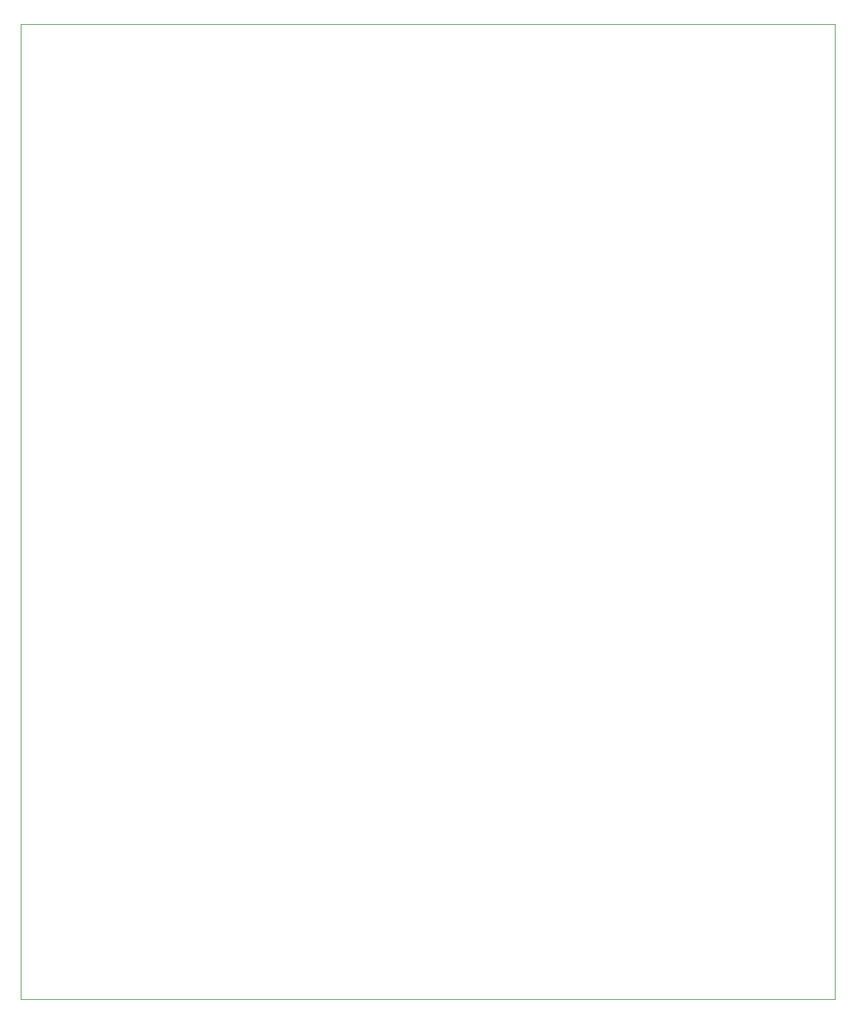
<source format=gbr>
%TF.GenerationSoftware,KiCad,Pcbnew,(5.1.10-1-10_14)*%
%TF.CreationDate,2021-11-08T20:31:17-05:00*%
%TF.ProjectId,RAM-backplane,52414d2d-6261-4636-9b70-6c616e652e6b,rev?*%
%TF.SameCoordinates,Original*%
%TF.FileFunction,Profile,NP*%
%FSLAX46Y46*%
G04 Gerber Fmt 4.6, Leading zero omitted, Abs format (unit mm)*
G04 Created by KiCad (PCBNEW (5.1.10-1-10_14)) date 2021-11-08 20:31:17*
%MOMM*%
%LPD*%
G01*
G04 APERTURE LIST*
%TA.AperFunction,Profile*%
%ADD10C,0.050000*%
%TD*%
G04 APERTURE END LIST*
D10*
X202184000Y6350000D02*
X201930000Y6350000D01*
X202184000Y-116840000D02*
X202184000Y6350000D01*
X99314000Y-116840000D02*
X202184000Y-116840000D01*
X99314000Y6350000D02*
X99314000Y-116840000D01*
X201930000Y6350000D02*
X99314000Y6350000D01*
M02*

</source>
